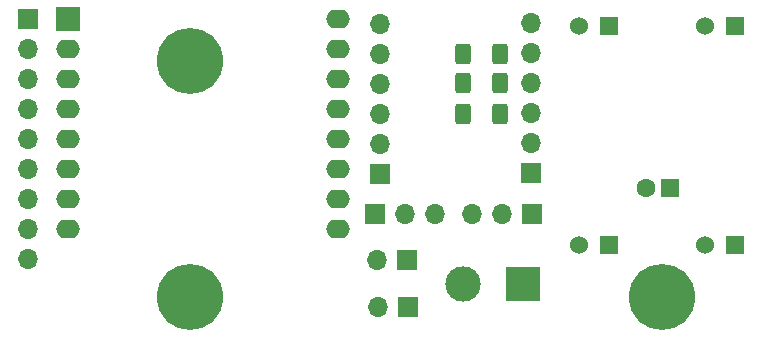
<source format=gts>
G04 #@! TF.GenerationSoftware,KiCad,Pcbnew,6.0.2+dfsg-1*
G04 #@! TF.CreationDate,2022-08-21T17:24:24+02:00*
G04 #@! TF.ProjectId,EspFanPwm,45737046-616e-4507-976d-2e6b69636164,rev?*
G04 #@! TF.SameCoordinates,Original*
G04 #@! TF.FileFunction,Soldermask,Top*
G04 #@! TF.FilePolarity,Negative*
%FSLAX46Y46*%
G04 Gerber Fmt 4.6, Leading zero omitted, Abs format (unit mm)*
G04 Created by KiCad (PCBNEW 6.0.2+dfsg-1) date 2022-08-21 17:24:24*
%MOMM*%
%LPD*%
G01*
G04 APERTURE LIST*
G04 Aperture macros list*
%AMRoundRect*
0 Rectangle with rounded corners*
0 $1 Rounding radius*
0 $2 $3 $4 $5 $6 $7 $8 $9 X,Y pos of 4 corners*
0 Add a 4 corners polygon primitive as box body*
4,1,4,$2,$3,$4,$5,$6,$7,$8,$9,$2,$3,0*
0 Add four circle primitives for the rounded corners*
1,1,$1+$1,$2,$3*
1,1,$1+$1,$4,$5*
1,1,$1+$1,$6,$7*
1,1,$1+$1,$8,$9*
0 Add four rect primitives between the rounded corners*
20,1,$1+$1,$2,$3,$4,$5,0*
20,1,$1+$1,$4,$5,$6,$7,0*
20,1,$1+$1,$6,$7,$8,$9,0*
20,1,$1+$1,$8,$9,$2,$3,0*%
G04 Aperture macros list end*
%ADD10RoundRect,0.250000X-0.400000X-0.625000X0.400000X-0.625000X0.400000X0.625000X-0.400000X0.625000X0*%
%ADD11RoundRect,0.250000X0.400000X0.625000X-0.400000X0.625000X-0.400000X-0.625000X0.400000X-0.625000X0*%
%ADD12R,1.700000X1.700000*%
%ADD13O,1.700000X1.700000*%
%ADD14C,5.600000*%
%ADD15R,1.600000X1.600000*%
%ADD16C,1.600000*%
%ADD17R,3.000000X3.000000*%
%ADD18C,3.000000*%
%ADD19R,2.000000X2.000000*%
%ADD20O,2.000000X1.600000*%
%ADD21R,1.524000X1.524000*%
%ADD22C,1.524000*%
G04 APERTURE END LIST*
D10*
X143150000Y-87500000D03*
X146250000Y-87500000D03*
D11*
X146250000Y-90000000D03*
X143150000Y-90000000D03*
D10*
X146250000Y-92600000D03*
X143150000Y-92600000D03*
D12*
X106300000Y-84600000D03*
D13*
X106300000Y-87140000D03*
X106300000Y-89680000D03*
X106300000Y-92220000D03*
X106300000Y-94760000D03*
X106300000Y-97300000D03*
X106300000Y-99840000D03*
X106300000Y-102380000D03*
X106300000Y-104920000D03*
D12*
X148875000Y-97652500D03*
D13*
X148875000Y-95112500D03*
X148875000Y-92572500D03*
X148875000Y-90032500D03*
X148875000Y-87492500D03*
X148875000Y-84952500D03*
X136075000Y-84982500D03*
X136075000Y-87522500D03*
X136075000Y-90062500D03*
X136075000Y-92602500D03*
X136075000Y-95142500D03*
D12*
X136075000Y-97682500D03*
X148925000Y-101100000D03*
D13*
X146385000Y-101100000D03*
X143845000Y-101100000D03*
D14*
X120000000Y-108100000D03*
D15*
X160600000Y-98900000D03*
D16*
X158600000Y-98900000D03*
D12*
X135675000Y-101075000D03*
D13*
X138215000Y-101075000D03*
X140755000Y-101075000D03*
D17*
X148200000Y-107000000D03*
D18*
X143120000Y-107000000D03*
D19*
X109655000Y-84610000D03*
D20*
X109655000Y-87150000D03*
X109655000Y-89690000D03*
X109655000Y-92230000D03*
X109655000Y-94770000D03*
X109655000Y-97310000D03*
X109655000Y-99850000D03*
X109655000Y-102390000D03*
X132515000Y-102390000D03*
X132515000Y-99850000D03*
X132515000Y-97310000D03*
X132515000Y-94770000D03*
X132515000Y-92230000D03*
X132515000Y-89690000D03*
X132515000Y-87150000D03*
X132515000Y-84610000D03*
D12*
X138400000Y-105000000D03*
D13*
X135860000Y-105000000D03*
D12*
X138500000Y-109000000D03*
D13*
X135960000Y-109000000D03*
D14*
X160000000Y-108100000D03*
D21*
X166104000Y-103671000D03*
D22*
X163564000Y-103671000D03*
D21*
X155436000Y-103671000D03*
D22*
X152896000Y-103671000D03*
D21*
X155436000Y-85129000D03*
D22*
X152896000Y-85129000D03*
D21*
X166104000Y-85129000D03*
D22*
X163564000Y-85129000D03*
D14*
X120000000Y-88100000D03*
M02*

</source>
